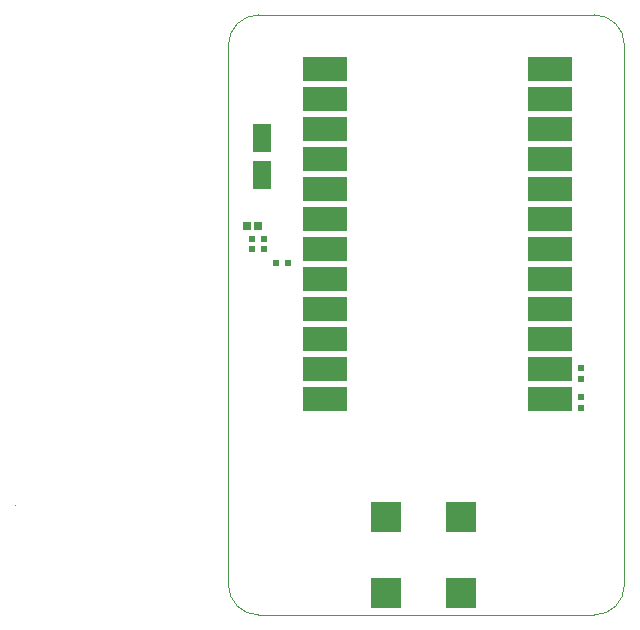
<source format=gtp>
G04 Layer_Color=8421504*
%FSLAX25Y25*%
%MOIN*%
G70*
G01*
G75*
%ADD10R,0.02362X0.02362*%
%ADD11R,0.02362X0.01969*%
%ADD12R,0.05906X0.09646*%
%ADD13R,0.02520X0.02520*%
%ADD14R,0.15000X0.08000*%
%ADD15R,0.09921X0.09921*%
%ADD19C,0.00050*%
%ADD20C,0.00025*%
D10*
X-53700Y25372D02*
D03*
Y21828D02*
D03*
X52000Y-21272D02*
D03*
Y-17728D02*
D03*
Y-30972D02*
D03*
Y-27428D02*
D03*
X-57800Y21828D02*
D03*
Y25372D02*
D03*
D11*
X-49537Y17400D02*
D03*
X-45600D02*
D03*
D12*
X-54200Y46600D02*
D03*
Y58805D02*
D03*
D13*
X-59400Y29700D02*
D03*
X-55778D02*
D03*
D14*
X41639Y-28022D02*
D03*
X41638Y-18022D02*
D03*
Y-8022D02*
D03*
Y1976D02*
D03*
Y11976D02*
D03*
Y21976D02*
D03*
Y31976D02*
D03*
Y41976D02*
D03*
Y51976D02*
D03*
Y61976D02*
D03*
Y71976D02*
D03*
Y81976D02*
D03*
X-33439Y21976D02*
D03*
X-33441Y-28022D02*
D03*
X-33439Y-18024D02*
D03*
Y-8024D02*
D03*
Y1976D02*
D03*
Y11976D02*
D03*
Y31976D02*
D03*
Y41976D02*
D03*
Y51976D02*
D03*
Y61976D02*
D03*
Y71976D02*
D03*
Y81976D02*
D03*
D15*
X-13059Y-67441D02*
D03*
Y-92559D02*
D03*
X12059D02*
D03*
Y-67441D02*
D03*
D19*
X-65500Y-90000D02*
G03*
X-55500Y-100000I10000J0D01*
G01*
X56500D02*
G03*
X66500Y-90000I0J10000D01*
G01*
Y90000D02*
G03*
X56500Y100000I-10000J0D01*
G01*
X-55500D02*
G03*
X-65500Y90000I0J-10000D01*
G01*
X-55500Y100000D02*
X56500D01*
X-65500Y-90000D02*
Y90000D01*
X-55500Y-100000D02*
X56500D01*
X66500Y-90000D02*
Y90000D01*
D20*
X-136538Y-63500D02*
G03*
X-136538Y-63500I-13J0D01*
G01*
M02*

</source>
